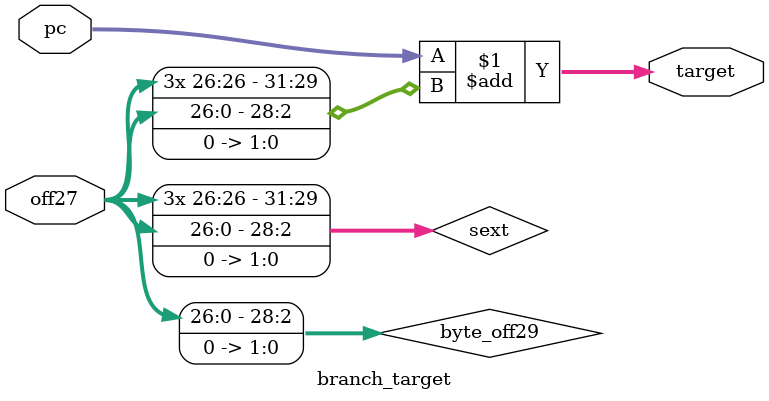
<source format=v>
`timescale 1ns/1ps
`include "decode.vh"

module immu(
    input  wire [17:0] imm18,
    output reg  [31:0] immx
);
    wire [1:0] mod  = imm18[17:16];
    wire [15:0] c16 = imm18[15:0];
    always @(*) begin
        case (mod)
            2'b01: immx = {16'h0000, c16};
            2'b10: immx = {c16, 16'h0000};
            default: immx = {{16{c16[15]}}, c16};
        endcase
    end
endmodule

module branch_target(
    input  wire [26:0] off27,
    input  wire [31:0] pc,
    output wire [31:0] target
);
    wire [28:0] byte_off29 = {off27, 2'b00};
    wire [31:0] sext = {{3{byte_off29[28]}}, byte_off29};
    assign target = pc + sext;
endmodule

</source>
